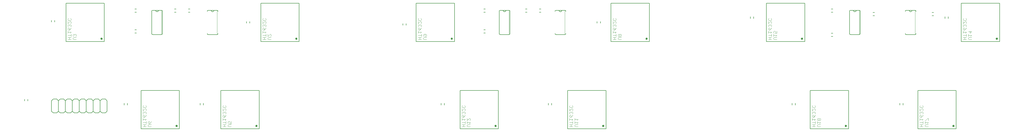
<source format=gbo>
G75*
G70*
%OFA0B0*%
%FSLAX24Y24*%
%IPPOS*%
%LPD*%
%AMOC8*
5,1,8,0,0,1.08239X$1,22.5*
%
%ADD10C,0.0050*%
%ADD11C,0.0120*%
%ADD12C,0.0040*%
%ADD13C,0.0060*%
%ADD14C,0.0020*%
D10*
X019892Y007099D02*
X025404Y007099D01*
X025404Y012611D01*
X023148Y012611D01*
X019892Y012611D01*
X019892Y007099D01*
X031380Y007099D02*
X036892Y007099D01*
X036892Y012611D01*
X034636Y012611D01*
X031380Y012611D01*
X031380Y007099D01*
X065786Y007099D02*
X071298Y007099D01*
X071298Y012611D01*
X069042Y012611D01*
X065786Y012611D01*
X065786Y007099D01*
X081274Y007099D02*
X086786Y007099D01*
X086786Y012611D01*
X084530Y012611D01*
X081274Y012611D01*
X081274Y007099D01*
X116180Y007099D02*
X121691Y007099D01*
X121691Y012611D01*
X119435Y012611D01*
X116180Y012611D01*
X116180Y007099D01*
X131668Y007099D02*
X137180Y007099D01*
X137180Y012611D01*
X134924Y012611D01*
X131668Y012611D01*
X131668Y007099D01*
X137908Y019697D02*
X143420Y019697D01*
X143420Y025209D01*
X141164Y025209D01*
X137908Y025209D01*
X137908Y019697D01*
X115388Y019697D02*
X109876Y019697D01*
X109876Y025209D01*
X113132Y025209D01*
X115388Y025209D01*
X115388Y019697D01*
X093026Y019697D02*
X087514Y019697D01*
X087514Y025209D01*
X090770Y025209D01*
X093026Y025209D01*
X093026Y019697D01*
X064994Y019697D02*
X059483Y019697D01*
X059483Y025209D01*
X062739Y025209D01*
X064994Y025209D01*
X064994Y019697D01*
X042632Y019697D02*
X037120Y019697D01*
X037120Y025209D01*
X040376Y025209D01*
X042632Y025209D01*
X042632Y019697D01*
X014601Y019697D02*
X009089Y019697D01*
X009089Y025209D01*
X012345Y025209D01*
X014601Y025209D01*
X014601Y019697D01*
D11*
X014128Y020091D02*
X014130Y020109D01*
X014136Y020125D01*
X014145Y020140D01*
X014158Y020153D01*
X014173Y020162D01*
X014189Y020168D01*
X014207Y020170D01*
X014225Y020168D01*
X014241Y020162D01*
X014256Y020153D01*
X014269Y020140D01*
X014278Y020125D01*
X014284Y020109D01*
X014286Y020091D01*
X014284Y020073D01*
X014278Y020057D01*
X014269Y020042D01*
X014256Y020029D01*
X014241Y020020D01*
X014225Y020014D01*
X014207Y020012D01*
X014189Y020014D01*
X014173Y020020D01*
X014158Y020029D01*
X014145Y020042D01*
X014136Y020057D01*
X014130Y020073D01*
X014128Y020091D01*
X042160Y020091D02*
X042162Y020109D01*
X042168Y020125D01*
X042177Y020140D01*
X042190Y020153D01*
X042205Y020162D01*
X042221Y020168D01*
X042239Y020170D01*
X042257Y020168D01*
X042273Y020162D01*
X042288Y020153D01*
X042301Y020140D01*
X042310Y020125D01*
X042316Y020109D01*
X042318Y020091D01*
X042316Y020073D01*
X042310Y020057D01*
X042301Y020042D01*
X042288Y020029D01*
X042273Y020020D01*
X042257Y020014D01*
X042239Y020012D01*
X042221Y020014D01*
X042205Y020020D01*
X042190Y020029D01*
X042177Y020042D01*
X042168Y020057D01*
X042162Y020073D01*
X042160Y020091D01*
X064522Y020091D02*
X064524Y020109D01*
X064530Y020125D01*
X064539Y020140D01*
X064552Y020153D01*
X064567Y020162D01*
X064583Y020168D01*
X064601Y020170D01*
X064619Y020168D01*
X064635Y020162D01*
X064650Y020153D01*
X064663Y020140D01*
X064672Y020125D01*
X064678Y020109D01*
X064680Y020091D01*
X064678Y020073D01*
X064672Y020057D01*
X064663Y020042D01*
X064650Y020029D01*
X064635Y020020D01*
X064619Y020014D01*
X064601Y020012D01*
X064583Y020014D01*
X064567Y020020D01*
X064552Y020029D01*
X064539Y020042D01*
X064530Y020057D01*
X064524Y020073D01*
X064522Y020091D01*
X092553Y020091D02*
X092555Y020109D01*
X092561Y020125D01*
X092570Y020140D01*
X092583Y020153D01*
X092598Y020162D01*
X092614Y020168D01*
X092632Y020170D01*
X092650Y020168D01*
X092666Y020162D01*
X092681Y020153D01*
X092694Y020140D01*
X092703Y020125D01*
X092709Y020109D01*
X092711Y020091D01*
X092709Y020073D01*
X092703Y020057D01*
X092694Y020042D01*
X092681Y020029D01*
X092666Y020020D01*
X092650Y020014D01*
X092632Y020012D01*
X092614Y020014D01*
X092598Y020020D01*
X092583Y020029D01*
X092570Y020042D01*
X092561Y020057D01*
X092555Y020073D01*
X092553Y020091D01*
X114915Y020091D02*
X114917Y020109D01*
X114923Y020125D01*
X114932Y020140D01*
X114945Y020153D01*
X114960Y020162D01*
X114976Y020168D01*
X114994Y020170D01*
X115012Y020168D01*
X115028Y020162D01*
X115043Y020153D01*
X115056Y020140D01*
X115065Y020125D01*
X115071Y020109D01*
X115073Y020091D01*
X115071Y020073D01*
X115065Y020057D01*
X115056Y020042D01*
X115043Y020029D01*
X115028Y020020D01*
X115012Y020014D01*
X114994Y020012D01*
X114976Y020014D01*
X114960Y020020D01*
X114945Y020029D01*
X114932Y020042D01*
X114923Y020057D01*
X114917Y020073D01*
X114915Y020091D01*
X142947Y020091D02*
X142949Y020109D01*
X142955Y020125D01*
X142964Y020140D01*
X142977Y020153D01*
X142992Y020162D01*
X143008Y020168D01*
X143026Y020170D01*
X143044Y020168D01*
X143060Y020162D01*
X143075Y020153D01*
X143088Y020140D01*
X143097Y020125D01*
X143103Y020109D01*
X143105Y020091D01*
X143103Y020073D01*
X143097Y020057D01*
X143088Y020042D01*
X143075Y020029D01*
X143060Y020020D01*
X143044Y020014D01*
X143026Y020012D01*
X143008Y020014D01*
X142992Y020020D01*
X142977Y020029D01*
X142964Y020042D01*
X142955Y020057D01*
X142949Y020073D01*
X142947Y020091D01*
X136707Y007493D02*
X136709Y007511D01*
X136715Y007527D01*
X136724Y007542D01*
X136737Y007555D01*
X136752Y007564D01*
X136768Y007570D01*
X136786Y007572D01*
X136804Y007570D01*
X136820Y007564D01*
X136835Y007555D01*
X136848Y007542D01*
X136857Y007527D01*
X136863Y007511D01*
X136865Y007493D01*
X136863Y007475D01*
X136857Y007459D01*
X136848Y007444D01*
X136835Y007431D01*
X136820Y007422D01*
X136804Y007416D01*
X136786Y007414D01*
X136768Y007416D01*
X136752Y007422D01*
X136737Y007431D01*
X136724Y007444D01*
X136715Y007459D01*
X136709Y007475D01*
X136707Y007493D01*
X121219Y007493D02*
X121221Y007511D01*
X121227Y007527D01*
X121236Y007542D01*
X121249Y007555D01*
X121264Y007564D01*
X121280Y007570D01*
X121298Y007572D01*
X121316Y007570D01*
X121332Y007564D01*
X121347Y007555D01*
X121360Y007542D01*
X121369Y007527D01*
X121375Y007511D01*
X121377Y007493D01*
X121375Y007475D01*
X121369Y007459D01*
X121360Y007444D01*
X121347Y007431D01*
X121332Y007422D01*
X121316Y007416D01*
X121298Y007414D01*
X121280Y007416D01*
X121264Y007422D01*
X121249Y007431D01*
X121236Y007444D01*
X121227Y007459D01*
X121221Y007475D01*
X121219Y007493D01*
X086313Y007493D02*
X086315Y007511D01*
X086321Y007527D01*
X086330Y007542D01*
X086343Y007555D01*
X086358Y007564D01*
X086374Y007570D01*
X086392Y007572D01*
X086410Y007570D01*
X086426Y007564D01*
X086441Y007555D01*
X086454Y007542D01*
X086463Y007527D01*
X086469Y007511D01*
X086471Y007493D01*
X086469Y007475D01*
X086463Y007459D01*
X086454Y007444D01*
X086441Y007431D01*
X086426Y007422D01*
X086410Y007416D01*
X086392Y007414D01*
X086374Y007416D01*
X086358Y007422D01*
X086343Y007431D01*
X086330Y007444D01*
X086321Y007459D01*
X086315Y007475D01*
X086313Y007493D01*
X070825Y007493D02*
X070827Y007511D01*
X070833Y007527D01*
X070842Y007542D01*
X070855Y007555D01*
X070870Y007564D01*
X070886Y007570D01*
X070904Y007572D01*
X070922Y007570D01*
X070938Y007564D01*
X070953Y007555D01*
X070966Y007542D01*
X070975Y007527D01*
X070981Y007511D01*
X070983Y007493D01*
X070981Y007475D01*
X070975Y007459D01*
X070966Y007444D01*
X070953Y007431D01*
X070938Y007422D01*
X070922Y007416D01*
X070904Y007414D01*
X070886Y007416D01*
X070870Y007422D01*
X070855Y007431D01*
X070842Y007444D01*
X070833Y007459D01*
X070827Y007475D01*
X070825Y007493D01*
X036419Y007493D02*
X036421Y007511D01*
X036427Y007527D01*
X036436Y007542D01*
X036449Y007555D01*
X036464Y007564D01*
X036480Y007570D01*
X036498Y007572D01*
X036516Y007570D01*
X036532Y007564D01*
X036547Y007555D01*
X036560Y007542D01*
X036569Y007527D01*
X036575Y007511D01*
X036577Y007493D01*
X036575Y007475D01*
X036569Y007459D01*
X036560Y007444D01*
X036547Y007431D01*
X036532Y007422D01*
X036516Y007416D01*
X036498Y007414D01*
X036480Y007416D01*
X036464Y007422D01*
X036449Y007431D01*
X036436Y007444D01*
X036427Y007459D01*
X036421Y007475D01*
X036419Y007493D01*
X024931Y007493D02*
X024933Y007511D01*
X024939Y007527D01*
X024948Y007542D01*
X024961Y007555D01*
X024976Y007564D01*
X024992Y007570D01*
X025010Y007572D01*
X025028Y007570D01*
X025044Y007564D01*
X025059Y007555D01*
X025072Y007542D01*
X025081Y007527D01*
X025087Y007511D01*
X025089Y007493D01*
X025087Y007475D01*
X025081Y007459D01*
X025072Y007444D01*
X025059Y007431D01*
X025044Y007422D01*
X025028Y007416D01*
X025010Y007414D01*
X024992Y007416D01*
X024976Y007422D01*
X024961Y007431D01*
X024948Y007444D01*
X024939Y007459D01*
X024933Y007475D01*
X024931Y007493D01*
D12*
X021378Y007375D02*
X020995Y007375D01*
X020918Y007451D01*
X020918Y007605D01*
X020995Y007682D01*
X021378Y007682D01*
X021148Y007835D02*
X021148Y008065D01*
X021071Y008142D01*
X020995Y008142D01*
X020918Y008065D01*
X020918Y007912D01*
X020995Y007835D01*
X021148Y007835D01*
X021302Y007989D01*
X021378Y008142D01*
X020628Y008142D02*
X020628Y007835D01*
X020628Y007682D02*
X020168Y007682D01*
X020398Y007682D02*
X020398Y007375D01*
X020168Y007375D02*
X020628Y007375D01*
X020628Y007989D02*
X020168Y007989D01*
X020168Y008296D02*
X020168Y008602D01*
X020168Y008449D02*
X020628Y008449D01*
X020475Y008296D01*
X020398Y008756D02*
X020398Y008986D01*
X020321Y009063D01*
X020245Y009063D01*
X020168Y008986D01*
X020168Y008833D01*
X020245Y008756D01*
X020398Y008756D01*
X020552Y008909D01*
X020628Y009063D01*
X020552Y009216D02*
X020628Y009293D01*
X020628Y009446D01*
X020552Y009523D01*
X020475Y009523D01*
X020398Y009446D01*
X020321Y009523D01*
X020245Y009523D01*
X020168Y009446D01*
X020168Y009293D01*
X020245Y009216D01*
X020398Y009370D02*
X020398Y009446D01*
X020552Y009677D02*
X020628Y009753D01*
X020628Y009907D01*
X020552Y009984D01*
X020475Y009984D01*
X020168Y009677D01*
X020168Y009984D01*
X020245Y010137D02*
X020168Y010214D01*
X020168Y010367D01*
X020245Y010444D01*
X020552Y010444D02*
X020628Y010367D01*
X020628Y010214D01*
X020552Y010137D01*
X020245Y010137D01*
X031656Y010214D02*
X031656Y010367D01*
X031733Y010444D01*
X031656Y010214D02*
X031733Y010137D01*
X032040Y010137D01*
X032117Y010214D01*
X032117Y010367D01*
X032040Y010444D01*
X032040Y009984D02*
X032117Y009907D01*
X032117Y009753D01*
X032040Y009677D01*
X032040Y009523D02*
X031963Y009523D01*
X031886Y009446D01*
X031810Y009523D01*
X031733Y009523D01*
X031656Y009446D01*
X031656Y009293D01*
X031733Y009216D01*
X031733Y009063D02*
X031810Y009063D01*
X031886Y008986D01*
X031886Y008756D01*
X031733Y008756D01*
X031656Y008833D01*
X031656Y008986D01*
X031733Y009063D01*
X031886Y009370D02*
X031886Y009446D01*
X032040Y009523D02*
X032117Y009446D01*
X032117Y009293D01*
X032040Y009216D01*
X032117Y009063D02*
X032040Y008909D01*
X031886Y008756D01*
X031656Y008602D02*
X031656Y008296D01*
X031656Y008449D02*
X032117Y008449D01*
X031963Y008296D01*
X032117Y008142D02*
X032117Y007835D01*
X032117Y007682D02*
X031656Y007682D01*
X031886Y007682D02*
X031886Y007375D01*
X031656Y007375D02*
X032117Y007375D01*
X032406Y007451D02*
X032483Y007375D01*
X032867Y007375D01*
X032867Y007682D02*
X032483Y007682D01*
X032406Y007605D01*
X032406Y007451D01*
X032483Y007835D02*
X032406Y007912D01*
X032406Y008065D01*
X032483Y008142D01*
X032636Y008142D01*
X032713Y008065D01*
X032713Y007989D01*
X032636Y007835D01*
X032867Y007835D01*
X032867Y008142D01*
X032117Y007989D02*
X031656Y007989D01*
X031656Y009677D02*
X031963Y009984D01*
X032040Y009984D01*
X031656Y009984D02*
X031656Y009677D01*
X066062Y009677D02*
X066369Y009984D01*
X066445Y009984D01*
X066522Y009907D01*
X066522Y009753D01*
X066445Y009677D01*
X066445Y009523D02*
X066369Y009523D01*
X066292Y009446D01*
X066215Y009523D01*
X066138Y009523D01*
X066062Y009446D01*
X066062Y009293D01*
X066138Y009216D01*
X066138Y009063D02*
X066215Y009063D01*
X066292Y008986D01*
X066292Y008756D01*
X066138Y008756D01*
X066062Y008833D01*
X066062Y008986D01*
X066138Y009063D01*
X066292Y009370D02*
X066292Y009446D01*
X066445Y009523D02*
X066522Y009446D01*
X066522Y009293D01*
X066445Y009216D01*
X066522Y009063D02*
X066445Y008909D01*
X066292Y008756D01*
X066062Y008602D02*
X066062Y008296D01*
X066062Y008449D02*
X066522Y008449D01*
X066369Y008296D01*
X066522Y008142D02*
X066522Y007835D01*
X066522Y007682D02*
X066062Y007682D01*
X066292Y007682D02*
X066292Y007375D01*
X066062Y007375D02*
X066522Y007375D01*
X066812Y007451D02*
X066812Y007605D01*
X066888Y007682D01*
X067272Y007682D01*
X067119Y007835D02*
X067272Y007989D01*
X066812Y007989D01*
X066812Y008142D02*
X066812Y007835D01*
X066522Y007989D02*
X066062Y007989D01*
X066812Y008296D02*
X067119Y008602D01*
X067195Y008602D01*
X067272Y008526D01*
X067272Y008372D01*
X067195Y008296D01*
X066812Y008296D02*
X066812Y008602D01*
X066812Y007451D02*
X066888Y007375D01*
X067272Y007375D01*
X066062Y009677D02*
X066062Y009984D01*
X066138Y010137D02*
X066062Y010214D01*
X066062Y010367D01*
X066138Y010444D01*
X066138Y010137D02*
X066445Y010137D01*
X066522Y010214D01*
X066522Y010367D01*
X066445Y010444D01*
X081550Y010367D02*
X081550Y010214D01*
X081627Y010137D01*
X081934Y010137D01*
X082010Y010214D01*
X082010Y010367D01*
X081934Y010444D01*
X081627Y010444D02*
X081550Y010367D01*
X081550Y009984D02*
X081550Y009677D01*
X081857Y009984D01*
X081934Y009984D01*
X082010Y009907D01*
X082010Y009753D01*
X081934Y009677D01*
X081934Y009523D02*
X081857Y009523D01*
X081780Y009446D01*
X081703Y009523D01*
X081627Y009523D01*
X081550Y009446D01*
X081550Y009293D01*
X081627Y009216D01*
X081627Y009063D02*
X081703Y009063D01*
X081780Y008986D01*
X081780Y008756D01*
X081627Y008756D01*
X081550Y008833D01*
X081550Y008986D01*
X081627Y009063D01*
X081934Y009216D02*
X082010Y009293D01*
X082010Y009446D01*
X081934Y009523D01*
X081780Y009446D02*
X081780Y009370D01*
X082010Y009063D02*
X081934Y008909D01*
X081780Y008756D01*
X081550Y008602D02*
X081550Y008296D01*
X081550Y008449D02*
X082010Y008449D01*
X081857Y008296D01*
X082010Y008142D02*
X082010Y007835D01*
X082010Y007682D02*
X081550Y007682D01*
X081780Y007682D02*
X081780Y007375D01*
X081550Y007375D02*
X082010Y007375D01*
X082300Y007451D02*
X082377Y007375D01*
X082760Y007375D01*
X082760Y007682D02*
X082377Y007682D01*
X082300Y007605D01*
X082300Y007451D01*
X082300Y007835D02*
X082300Y008142D01*
X082300Y007989D02*
X082760Y007989D01*
X082607Y007835D01*
X082607Y008296D02*
X082760Y008449D01*
X082300Y008449D01*
X082300Y008296D02*
X082300Y008602D01*
X082010Y007989D02*
X081550Y007989D01*
X116455Y007989D02*
X116916Y007989D01*
X116916Y008142D02*
X116916Y007835D01*
X116916Y007682D02*
X116455Y007682D01*
X116686Y007682D02*
X116686Y007375D01*
X116916Y007375D02*
X116455Y007375D01*
X117205Y007451D02*
X117205Y007605D01*
X117282Y007682D01*
X117666Y007682D01*
X117512Y007835D02*
X117666Y007989D01*
X117205Y007989D01*
X117205Y008142D02*
X117205Y007835D01*
X117205Y007451D02*
X117282Y007375D01*
X117666Y007375D01*
X117589Y008296D02*
X117512Y008296D01*
X117436Y008372D01*
X117436Y008526D01*
X117359Y008602D01*
X117282Y008602D01*
X117205Y008526D01*
X117205Y008372D01*
X117282Y008296D01*
X117359Y008296D01*
X117436Y008372D01*
X117436Y008526D02*
X117512Y008602D01*
X117589Y008602D01*
X117666Y008526D01*
X117666Y008372D01*
X117589Y008296D01*
X116916Y008449D02*
X116455Y008449D01*
X116455Y008296D02*
X116455Y008602D01*
X116532Y008756D02*
X116455Y008833D01*
X116455Y008986D01*
X116532Y009063D01*
X116609Y009063D01*
X116686Y008986D01*
X116686Y008756D01*
X116532Y008756D01*
X116686Y008756D02*
X116839Y008909D01*
X116916Y009063D01*
X116839Y009216D02*
X116916Y009293D01*
X116916Y009446D01*
X116839Y009523D01*
X116762Y009523D01*
X116686Y009446D01*
X116609Y009523D01*
X116532Y009523D01*
X116455Y009446D01*
X116455Y009293D01*
X116532Y009216D01*
X116686Y009370D02*
X116686Y009446D01*
X116839Y009677D02*
X116916Y009753D01*
X116916Y009907D01*
X116839Y009984D01*
X116762Y009984D01*
X116455Y009677D01*
X116455Y009984D01*
X116532Y010137D02*
X116455Y010214D01*
X116455Y010367D01*
X116532Y010444D01*
X116532Y010137D02*
X116839Y010137D01*
X116916Y010214D01*
X116916Y010367D01*
X116839Y010444D01*
X116916Y008449D02*
X116762Y008296D01*
X131944Y008296D02*
X131944Y008602D01*
X131944Y008449D02*
X132404Y008449D01*
X132251Y008296D01*
X132404Y008142D02*
X132404Y007835D01*
X132404Y007682D02*
X131944Y007682D01*
X132174Y007682D02*
X132174Y007375D01*
X131944Y007375D02*
X132404Y007375D01*
X132694Y007451D02*
X132770Y007375D01*
X133154Y007375D01*
X133154Y007682D02*
X132770Y007682D01*
X132694Y007605D01*
X132694Y007451D01*
X132694Y007835D02*
X132694Y008142D01*
X132694Y007989D02*
X133154Y007989D01*
X133001Y007835D01*
X133154Y008296D02*
X133154Y008602D01*
X133077Y008602D01*
X132770Y008296D01*
X132694Y008296D01*
X132404Y007989D02*
X131944Y007989D01*
X132020Y008756D02*
X131944Y008833D01*
X131944Y008986D01*
X132020Y009063D01*
X132097Y009063D01*
X132174Y008986D01*
X132174Y008756D01*
X132020Y008756D01*
X132174Y008756D02*
X132327Y008909D01*
X132404Y009063D01*
X132327Y009216D02*
X132404Y009293D01*
X132404Y009446D01*
X132327Y009523D01*
X132251Y009523D01*
X132174Y009446D01*
X132097Y009523D01*
X132020Y009523D01*
X131944Y009446D01*
X131944Y009293D01*
X132020Y009216D01*
X132174Y009370D02*
X132174Y009446D01*
X132327Y009677D02*
X132404Y009753D01*
X132404Y009907D01*
X132327Y009984D01*
X132251Y009984D01*
X131944Y009677D01*
X131944Y009984D01*
X132020Y010137D02*
X131944Y010214D01*
X131944Y010367D01*
X132020Y010444D01*
X132020Y010137D02*
X132327Y010137D01*
X132404Y010214D01*
X132404Y010367D01*
X132327Y010444D01*
X138184Y019973D02*
X138644Y019973D01*
X138414Y019973D02*
X138414Y020280D01*
X138644Y020280D02*
X138184Y020280D01*
X138184Y020587D02*
X138644Y020587D01*
X138644Y020434D02*
X138644Y020740D01*
X138491Y020894D02*
X138644Y021047D01*
X138184Y021047D01*
X138184Y020894D02*
X138184Y021201D01*
X138261Y021354D02*
X138184Y021431D01*
X138184Y021585D01*
X138261Y021661D01*
X138337Y021661D01*
X138414Y021585D01*
X138414Y021354D01*
X138261Y021354D01*
X138414Y021354D02*
X138567Y021508D01*
X138644Y021661D01*
X138567Y021815D02*
X138644Y021891D01*
X138644Y022045D01*
X138567Y022122D01*
X138491Y022122D01*
X138414Y022045D01*
X138337Y022122D01*
X138261Y022122D01*
X138184Y022045D01*
X138184Y021891D01*
X138261Y021815D01*
X138414Y021968D02*
X138414Y022045D01*
X138567Y022275D02*
X138644Y022352D01*
X138644Y022505D01*
X138567Y022582D01*
X138491Y022582D01*
X138184Y022275D01*
X138184Y022582D01*
X138261Y022736D02*
X138184Y022812D01*
X138184Y022966D01*
X138261Y023042D01*
X138567Y023042D02*
X138644Y022966D01*
X138644Y022812D01*
X138567Y022736D01*
X138261Y022736D01*
X138934Y021124D02*
X139394Y021124D01*
X139164Y020894D01*
X139164Y021201D01*
X138934Y020740D02*
X138934Y020434D01*
X138934Y020587D02*
X139394Y020587D01*
X139241Y020434D01*
X139394Y020280D02*
X139011Y020280D01*
X138934Y020203D01*
X138934Y020050D01*
X139011Y019973D01*
X139394Y019973D01*
X111363Y019973D02*
X110979Y019973D01*
X110902Y020050D01*
X110902Y020203D01*
X110979Y020280D01*
X111363Y020280D01*
X111209Y020434D02*
X111363Y020587D01*
X110902Y020587D01*
X110902Y020434D02*
X110902Y020740D01*
X110979Y020894D02*
X110902Y020971D01*
X110902Y021124D01*
X110979Y021201D01*
X111132Y021201D01*
X111209Y021124D01*
X111209Y021047D01*
X111132Y020894D01*
X111363Y020894D01*
X111363Y021201D01*
X110613Y021047D02*
X110459Y020894D01*
X110613Y021047D02*
X110152Y021047D01*
X110152Y020894D02*
X110152Y021201D01*
X110229Y021354D02*
X110152Y021431D01*
X110152Y021585D01*
X110229Y021661D01*
X110306Y021661D01*
X110382Y021585D01*
X110382Y021354D01*
X110229Y021354D01*
X110382Y021354D02*
X110536Y021508D01*
X110613Y021661D01*
X110536Y021815D02*
X110613Y021891D01*
X110613Y022045D01*
X110536Y022122D01*
X110459Y022122D01*
X110382Y022045D01*
X110306Y022122D01*
X110229Y022122D01*
X110152Y022045D01*
X110152Y021891D01*
X110229Y021815D01*
X110382Y021968D02*
X110382Y022045D01*
X110536Y022275D02*
X110613Y022352D01*
X110613Y022505D01*
X110536Y022582D01*
X110459Y022582D01*
X110152Y022275D01*
X110152Y022582D01*
X110229Y022736D02*
X110152Y022812D01*
X110152Y022966D01*
X110229Y023042D01*
X110229Y022736D02*
X110536Y022736D01*
X110613Y022812D01*
X110613Y022966D01*
X110536Y023042D01*
X110613Y020740D02*
X110613Y020434D01*
X110613Y020587D02*
X110152Y020587D01*
X110152Y020280D02*
X110613Y020280D01*
X110382Y020280D02*
X110382Y019973D01*
X110152Y019973D02*
X110613Y019973D01*
X089000Y019973D02*
X088617Y019973D01*
X088540Y020050D01*
X088540Y020203D01*
X088617Y020280D01*
X089000Y020280D01*
X088924Y020434D02*
X088847Y020434D01*
X088770Y020510D01*
X088770Y020664D01*
X088694Y020740D01*
X088617Y020740D01*
X088540Y020664D01*
X088540Y020510D01*
X088617Y020434D01*
X088694Y020434D01*
X088770Y020510D01*
X088770Y020664D02*
X088847Y020740D01*
X088924Y020740D01*
X089000Y020664D01*
X089000Y020510D01*
X088924Y020434D01*
X088250Y020434D02*
X088250Y020740D01*
X088250Y020587D02*
X087790Y020587D01*
X087790Y020280D02*
X088250Y020280D01*
X088020Y020280D02*
X088020Y019973D01*
X087790Y019973D02*
X088250Y019973D01*
X088097Y020894D02*
X088250Y021047D01*
X087790Y021047D01*
X087790Y020894D02*
X087790Y021201D01*
X087867Y021354D02*
X087790Y021431D01*
X087790Y021585D01*
X087867Y021661D01*
X087944Y021661D01*
X088020Y021585D01*
X088020Y021354D01*
X087867Y021354D01*
X088020Y021354D02*
X088174Y021508D01*
X088250Y021661D01*
X088174Y021815D02*
X088250Y021891D01*
X088250Y022045D01*
X088174Y022122D01*
X088097Y022122D01*
X088020Y022045D01*
X087944Y022122D01*
X087867Y022122D01*
X087790Y022045D01*
X087790Y021891D01*
X087867Y021815D01*
X088020Y021968D02*
X088020Y022045D01*
X088174Y022275D02*
X088250Y022352D01*
X088250Y022505D01*
X088174Y022582D01*
X088097Y022582D01*
X087790Y022275D01*
X087790Y022582D01*
X087867Y022736D02*
X087790Y022812D01*
X087790Y022966D01*
X087867Y023042D01*
X087867Y022736D02*
X088174Y022736D01*
X088250Y022812D01*
X088250Y022966D01*
X088174Y023042D01*
X060969Y020664D02*
X060969Y020510D01*
X060892Y020434D01*
X060816Y020434D01*
X060739Y020510D01*
X060739Y020740D01*
X060892Y020740D02*
X060969Y020664D01*
X060892Y020740D02*
X060585Y020740D01*
X060509Y020664D01*
X060509Y020510D01*
X060585Y020434D01*
X060585Y020280D02*
X060969Y020280D01*
X060969Y019973D02*
X060585Y019973D01*
X060509Y020050D01*
X060509Y020203D01*
X060585Y020280D01*
X060219Y020280D02*
X059759Y020280D01*
X059989Y020280D02*
X059989Y019973D01*
X059759Y019973D02*
X060219Y019973D01*
X060219Y020434D02*
X060219Y020740D01*
X060219Y020587D02*
X059759Y020587D01*
X059759Y020894D02*
X059759Y021201D01*
X059759Y021047D02*
X060219Y021047D01*
X060066Y020894D01*
X059989Y021354D02*
X059989Y021585D01*
X059912Y021661D01*
X059835Y021661D01*
X059759Y021585D01*
X059759Y021431D01*
X059835Y021354D01*
X059989Y021354D01*
X060142Y021508D01*
X060219Y021661D01*
X060142Y021815D02*
X060219Y021891D01*
X060219Y022045D01*
X060142Y022122D01*
X060066Y022122D01*
X059989Y022045D01*
X059912Y022122D01*
X059835Y022122D01*
X059759Y022045D01*
X059759Y021891D01*
X059835Y021815D01*
X059989Y021968D02*
X059989Y022045D01*
X060142Y022275D02*
X060219Y022352D01*
X060219Y022505D01*
X060142Y022582D01*
X060066Y022582D01*
X059759Y022275D01*
X059759Y022582D01*
X059835Y022736D02*
X059759Y022812D01*
X059759Y022966D01*
X059835Y023042D01*
X059835Y022736D02*
X060142Y022736D01*
X060219Y022812D01*
X060219Y022966D01*
X060142Y023042D01*
X038607Y020664D02*
X038607Y020510D01*
X038530Y020434D01*
X038607Y020280D02*
X038223Y020280D01*
X038146Y020203D01*
X038146Y020050D01*
X038223Y019973D01*
X038607Y019973D01*
X037857Y019973D02*
X037396Y019973D01*
X037627Y019973D02*
X037627Y020280D01*
X037857Y020280D02*
X037396Y020280D01*
X037396Y020587D02*
X037857Y020587D01*
X037857Y020434D02*
X037857Y020740D01*
X037703Y020894D02*
X037857Y021047D01*
X037396Y021047D01*
X037396Y020894D02*
X037396Y021201D01*
X037473Y021354D02*
X037396Y021431D01*
X037396Y021585D01*
X037473Y021661D01*
X037550Y021661D01*
X037627Y021585D01*
X037627Y021354D01*
X037473Y021354D01*
X037627Y021354D02*
X037780Y021508D01*
X037857Y021661D01*
X037780Y021815D02*
X037857Y021891D01*
X037857Y022045D01*
X037780Y022122D01*
X037703Y022122D01*
X037627Y022045D01*
X037550Y022122D01*
X037473Y022122D01*
X037396Y022045D01*
X037396Y021891D01*
X037473Y021815D01*
X037627Y021968D02*
X037627Y022045D01*
X037780Y022275D02*
X037857Y022352D01*
X037857Y022505D01*
X037780Y022582D01*
X037703Y022582D01*
X037396Y022275D01*
X037396Y022582D01*
X037473Y022736D02*
X037396Y022812D01*
X037396Y022966D01*
X037473Y023042D01*
X037473Y022736D02*
X037780Y022736D01*
X037857Y022812D01*
X037857Y022966D01*
X037780Y023042D01*
X038146Y020740D02*
X038146Y020434D01*
X038453Y020740D01*
X038530Y020740D01*
X038607Y020664D01*
X010575Y020664D02*
X010499Y020740D01*
X010422Y020740D01*
X010345Y020664D01*
X010268Y020740D01*
X010192Y020740D01*
X010115Y020664D01*
X010115Y020510D01*
X010192Y020434D01*
X010192Y020280D02*
X010575Y020280D01*
X010499Y020434D02*
X010575Y020510D01*
X010575Y020664D01*
X010345Y020664D02*
X010345Y020587D01*
X010192Y020280D02*
X010115Y020203D01*
X010115Y020050D01*
X010192Y019973D01*
X010575Y019973D01*
X009825Y019973D02*
X009365Y019973D01*
X009595Y019973D02*
X009595Y020280D01*
X009825Y020280D02*
X009365Y020280D01*
X009365Y020587D02*
X009825Y020587D01*
X009825Y020434D02*
X009825Y020740D01*
X009672Y020894D02*
X009825Y021047D01*
X009365Y021047D01*
X009365Y020894D02*
X009365Y021201D01*
X009442Y021354D02*
X009365Y021431D01*
X009365Y021585D01*
X009442Y021661D01*
X009518Y021661D01*
X009595Y021585D01*
X009595Y021354D01*
X009442Y021354D01*
X009595Y021354D02*
X009749Y021508D01*
X009825Y021661D01*
X009749Y021815D02*
X009825Y021891D01*
X009825Y022045D01*
X009749Y022122D01*
X009672Y022122D01*
X009595Y022045D01*
X009518Y022122D01*
X009442Y022122D01*
X009365Y022045D01*
X009365Y021891D01*
X009442Y021815D01*
X009595Y021968D02*
X009595Y022045D01*
X009749Y022275D02*
X009825Y022352D01*
X009825Y022505D01*
X009749Y022582D01*
X009672Y022582D01*
X009365Y022275D01*
X009365Y022582D01*
X009442Y022736D02*
X009365Y022812D01*
X009365Y022966D01*
X009442Y023042D01*
X009442Y022736D02*
X009749Y022736D01*
X009825Y022812D01*
X009825Y022966D01*
X009749Y023042D01*
D13*
X007467Y022768D02*
X007467Y022532D01*
X006994Y022532D02*
X006994Y022768D01*
X019010Y023918D02*
X019246Y023918D01*
X019246Y024390D02*
X019010Y024390D01*
X021429Y024053D02*
X021429Y020853D01*
X021431Y020830D01*
X021436Y020807D01*
X021445Y020785D01*
X021458Y020765D01*
X021473Y020747D01*
X021491Y020732D01*
X021511Y020719D01*
X021533Y020710D01*
X021556Y020705D01*
X021579Y020703D01*
X022819Y020703D01*
X022842Y020705D01*
X022865Y020710D01*
X022887Y020719D01*
X022907Y020732D01*
X022925Y020747D01*
X022940Y020765D01*
X022953Y020785D01*
X022962Y020807D01*
X022967Y020830D01*
X022969Y020853D01*
X022969Y024053D01*
X022967Y024076D01*
X022962Y024099D01*
X022953Y024121D01*
X022940Y024141D01*
X022925Y024159D01*
X022907Y024174D01*
X022887Y024187D01*
X022865Y024196D01*
X022842Y024201D01*
X022819Y024203D01*
X022399Y024203D01*
X021999Y024203D01*
X021579Y024203D01*
X021556Y024201D01*
X021533Y024196D01*
X021511Y024187D01*
X021491Y024174D01*
X021473Y024159D01*
X021458Y024141D01*
X021445Y024121D01*
X021436Y024099D01*
X021431Y024076D01*
X021429Y024053D01*
X021999Y024203D02*
X022001Y024176D01*
X022006Y024149D01*
X022016Y024123D01*
X022028Y024099D01*
X022044Y024077D01*
X022062Y024057D01*
X022084Y024040D01*
X022107Y024025D01*
X022132Y024015D01*
X022158Y024007D01*
X022185Y024003D01*
X022213Y024003D01*
X022240Y024007D01*
X022266Y024015D01*
X022291Y024025D01*
X022314Y024040D01*
X022336Y024057D01*
X022354Y024077D01*
X022370Y024099D01*
X022382Y024123D01*
X022392Y024149D01*
X022397Y024176D01*
X022399Y024203D01*
X024691Y024390D02*
X024928Y024390D01*
X024928Y023918D02*
X024691Y023918D01*
X026691Y023918D02*
X026928Y023918D01*
X026928Y024390D02*
X026691Y024390D01*
X029571Y024203D02*
X029991Y024203D01*
X030391Y024203D01*
X030811Y024203D01*
X030834Y024201D01*
X030857Y024196D01*
X030879Y024187D01*
X030899Y024174D01*
X030917Y024159D01*
X030932Y024141D01*
X030945Y024121D01*
X030954Y024099D01*
X030959Y024076D01*
X030961Y024053D01*
X030391Y024203D02*
X030389Y024176D01*
X030384Y024149D01*
X030374Y024123D01*
X030362Y024099D01*
X030346Y024077D01*
X030328Y024057D01*
X030306Y024040D01*
X030283Y024025D01*
X030258Y024015D01*
X030232Y024007D01*
X030205Y024003D01*
X030177Y024003D01*
X030150Y024007D01*
X030124Y024015D01*
X030099Y024025D01*
X030076Y024040D01*
X030054Y024057D01*
X030036Y024077D01*
X030020Y024099D01*
X030008Y024123D01*
X029998Y024149D01*
X029993Y024176D01*
X029991Y024203D01*
X029571Y024203D02*
X029548Y024201D01*
X029525Y024196D01*
X029503Y024187D01*
X029483Y024174D01*
X029465Y024159D01*
X029450Y024141D01*
X029437Y024121D01*
X029428Y024099D01*
X029423Y024076D01*
X029421Y024053D01*
X035065Y022583D02*
X035065Y022347D01*
X035538Y022347D02*
X035538Y022583D01*
X030961Y020853D02*
X030959Y020830D01*
X030954Y020807D01*
X030945Y020785D01*
X030932Y020765D01*
X030917Y020747D01*
X030899Y020732D01*
X030879Y020719D01*
X030857Y020710D01*
X030834Y020705D01*
X030811Y020703D01*
X029571Y020703D01*
X029548Y020705D01*
X029525Y020710D01*
X029503Y020719D01*
X029483Y020732D01*
X029465Y020747D01*
X029450Y020765D01*
X029437Y020785D01*
X029428Y020807D01*
X029423Y020830D01*
X029421Y020853D01*
X019246Y020918D02*
X019010Y020918D01*
X019010Y021390D02*
X019246Y021390D01*
X057573Y022040D02*
X057573Y022276D01*
X058046Y022276D02*
X058046Y022040D01*
X069191Y021390D02*
X069428Y021390D01*
X069428Y020918D02*
X069191Y020918D01*
X071429Y020853D02*
X071429Y024053D01*
X071431Y024076D01*
X071436Y024099D01*
X071445Y024121D01*
X071458Y024141D01*
X071473Y024159D01*
X071491Y024174D01*
X071511Y024187D01*
X071533Y024196D01*
X071556Y024201D01*
X071579Y024203D01*
X071999Y024203D01*
X072399Y024203D01*
X072819Y024203D01*
X072842Y024201D01*
X072865Y024196D01*
X072887Y024187D01*
X072907Y024174D01*
X072925Y024159D01*
X072940Y024141D01*
X072953Y024121D01*
X072962Y024099D01*
X072967Y024076D01*
X072969Y024053D01*
X072969Y020853D01*
X072967Y020830D01*
X072962Y020807D01*
X072953Y020785D01*
X072940Y020765D01*
X072925Y020747D01*
X072907Y020732D01*
X072887Y020719D01*
X072865Y020710D01*
X072842Y020705D01*
X072819Y020703D01*
X071579Y020703D01*
X071556Y020705D01*
X071533Y020710D01*
X071511Y020719D01*
X071491Y020732D01*
X071473Y020747D01*
X071458Y020765D01*
X071445Y020785D01*
X071436Y020807D01*
X071431Y020830D01*
X071429Y020853D01*
X079461Y020853D02*
X079463Y020830D01*
X079468Y020807D01*
X079477Y020785D01*
X079490Y020765D01*
X079505Y020747D01*
X079523Y020732D01*
X079543Y020719D01*
X079565Y020710D01*
X079588Y020705D01*
X079611Y020703D01*
X080851Y020703D01*
X080874Y020705D01*
X080897Y020710D01*
X080919Y020719D01*
X080939Y020732D01*
X080957Y020747D01*
X080972Y020765D01*
X080985Y020785D01*
X080994Y020807D01*
X080999Y020830D01*
X081001Y020853D01*
X085518Y022359D02*
X085518Y022595D01*
X085991Y022595D02*
X085991Y022359D01*
X081001Y024053D02*
X080999Y024076D01*
X080994Y024099D01*
X080985Y024121D01*
X080972Y024141D01*
X080957Y024159D01*
X080939Y024174D01*
X080919Y024187D01*
X080897Y024196D01*
X080874Y024201D01*
X080851Y024203D01*
X080431Y024203D01*
X080031Y024203D01*
X079611Y024203D01*
X079588Y024201D01*
X079565Y024196D01*
X079543Y024187D01*
X079523Y024174D01*
X079505Y024159D01*
X079490Y024141D01*
X079477Y024121D01*
X079468Y024099D01*
X079463Y024076D01*
X079461Y024053D01*
X080031Y024203D02*
X080033Y024176D01*
X080038Y024149D01*
X080048Y024123D01*
X080060Y024099D01*
X080076Y024077D01*
X080094Y024057D01*
X080116Y024040D01*
X080139Y024025D01*
X080164Y024015D01*
X080190Y024007D01*
X080217Y024003D01*
X080245Y024003D01*
X080272Y024007D01*
X080298Y024015D01*
X080323Y024025D01*
X080346Y024040D01*
X080368Y024057D01*
X080386Y024077D01*
X080402Y024099D01*
X080414Y024123D01*
X080424Y024149D01*
X080429Y024176D01*
X080431Y024203D01*
X077428Y024390D02*
X077191Y024390D01*
X077191Y023918D02*
X077428Y023918D01*
X075428Y023918D02*
X075191Y023918D01*
X075191Y024390D02*
X075428Y024390D01*
X072399Y024203D02*
X072397Y024176D01*
X072392Y024149D01*
X072382Y024123D01*
X072370Y024099D01*
X072354Y024077D01*
X072336Y024057D01*
X072314Y024040D01*
X072291Y024025D01*
X072266Y024015D01*
X072240Y024007D01*
X072213Y024003D01*
X072185Y024003D01*
X072158Y024007D01*
X072132Y024015D01*
X072107Y024025D01*
X072084Y024040D01*
X072062Y024057D01*
X072044Y024077D01*
X072028Y024099D01*
X072016Y024123D01*
X072006Y024149D01*
X072001Y024176D01*
X071999Y024203D01*
X069428Y024390D02*
X069191Y024390D01*
X069191Y023918D02*
X069428Y023918D01*
X107573Y023272D02*
X107573Y023036D01*
X108046Y023036D02*
X108046Y023272D01*
X119191Y023918D02*
X119428Y023918D01*
X119428Y024390D02*
X119191Y024390D01*
X121823Y024053D02*
X121823Y020853D01*
X121825Y020830D01*
X121830Y020807D01*
X121839Y020785D01*
X121852Y020765D01*
X121867Y020747D01*
X121885Y020732D01*
X121905Y020719D01*
X121927Y020710D01*
X121950Y020705D01*
X121973Y020703D01*
X123213Y020703D01*
X123236Y020705D01*
X123259Y020710D01*
X123281Y020719D01*
X123301Y020732D01*
X123319Y020747D01*
X123334Y020765D01*
X123347Y020785D01*
X123356Y020807D01*
X123361Y020830D01*
X123363Y020853D01*
X123363Y024053D01*
X123361Y024076D01*
X123356Y024099D01*
X123347Y024121D01*
X123334Y024141D01*
X123319Y024159D01*
X123301Y024174D01*
X123281Y024187D01*
X123259Y024196D01*
X123236Y024201D01*
X123213Y024203D01*
X122793Y024203D01*
X122393Y024203D01*
X121973Y024203D01*
X121950Y024201D01*
X121927Y024196D01*
X121905Y024187D01*
X121885Y024174D01*
X121867Y024159D01*
X121852Y024141D01*
X121839Y024121D01*
X121830Y024099D01*
X121825Y024076D01*
X121823Y024053D01*
X122393Y024203D02*
X122395Y024176D01*
X122400Y024149D01*
X122410Y024123D01*
X122422Y024099D01*
X122438Y024077D01*
X122456Y024057D01*
X122478Y024040D01*
X122501Y024025D01*
X122526Y024015D01*
X122552Y024007D01*
X122579Y024003D01*
X122607Y024003D01*
X122634Y024007D01*
X122660Y024015D01*
X122685Y024025D01*
X122708Y024040D01*
X122730Y024057D01*
X122748Y024077D01*
X122764Y024099D01*
X122776Y024123D01*
X122786Y024149D01*
X122791Y024176D01*
X122793Y024203D01*
X125191Y023890D02*
X125428Y023890D01*
X125428Y023418D02*
X125191Y023418D01*
X129854Y024053D02*
X129856Y024076D01*
X129861Y024099D01*
X129870Y024121D01*
X129883Y024141D01*
X129898Y024159D01*
X129916Y024174D01*
X129936Y024187D01*
X129958Y024196D01*
X129981Y024201D01*
X130004Y024203D01*
X130424Y024203D01*
X130824Y024203D01*
X131244Y024203D01*
X131267Y024201D01*
X131290Y024196D01*
X131312Y024187D01*
X131332Y024174D01*
X131350Y024159D01*
X131365Y024141D01*
X131378Y024121D01*
X131387Y024099D01*
X131392Y024076D01*
X131394Y024053D01*
X130824Y024203D02*
X130822Y024176D01*
X130817Y024149D01*
X130807Y024123D01*
X130795Y024099D01*
X130779Y024077D01*
X130761Y024057D01*
X130739Y024040D01*
X130716Y024025D01*
X130691Y024015D01*
X130665Y024007D01*
X130638Y024003D01*
X130610Y024003D01*
X130583Y024007D01*
X130557Y024015D01*
X130532Y024025D01*
X130509Y024040D01*
X130487Y024057D01*
X130469Y024077D01*
X130453Y024099D01*
X130441Y024123D01*
X130431Y024149D01*
X130426Y024176D01*
X130424Y024203D01*
X133691Y023890D02*
X133928Y023890D01*
X133928Y023418D02*
X133691Y023418D01*
X135573Y023272D02*
X135573Y023036D01*
X136046Y023036D02*
X136046Y023272D01*
X131394Y020853D02*
X131392Y020830D01*
X131387Y020807D01*
X131378Y020785D01*
X131365Y020765D01*
X131350Y020747D01*
X131332Y020732D01*
X131312Y020719D01*
X131290Y020710D01*
X131267Y020705D01*
X131244Y020703D01*
X130004Y020703D01*
X129981Y020705D01*
X129958Y020710D01*
X129936Y020719D01*
X129916Y020732D01*
X129898Y020747D01*
X129883Y020765D01*
X129870Y020785D01*
X129861Y020807D01*
X129856Y020830D01*
X129854Y020853D01*
X119428Y020890D02*
X119191Y020890D01*
X119191Y020418D02*
X119428Y020418D01*
X114046Y010772D02*
X114046Y010536D01*
X113573Y010536D02*
X113573Y010772D01*
X129073Y010772D02*
X129073Y010536D01*
X129546Y010536D02*
X129546Y010772D01*
X078983Y010536D02*
X078983Y010772D01*
X078510Y010772D02*
X078510Y010536D01*
X063546Y010536D02*
X063546Y010772D01*
X063073Y010772D02*
X063073Y010536D01*
X028884Y010536D02*
X028884Y010772D01*
X028412Y010772D02*
X028412Y010536D01*
X017935Y010536D02*
X017935Y010772D01*
X017463Y010772D02*
X017463Y010536D01*
X015002Y011132D02*
X014752Y011382D01*
X014252Y011382D01*
X014002Y011132D01*
X014002Y009632D01*
X013752Y009382D01*
X013252Y009382D01*
X013002Y009632D01*
X013002Y011132D01*
X012752Y011382D01*
X012252Y011382D01*
X012002Y011132D01*
X012002Y009632D01*
X011752Y009382D01*
X011252Y009382D01*
X011002Y009632D01*
X011002Y011132D01*
X010752Y011382D01*
X010252Y011382D01*
X010002Y011132D01*
X010002Y009632D01*
X009752Y009382D01*
X009252Y009382D01*
X009002Y009632D01*
X009002Y011132D01*
X008752Y011382D01*
X008252Y011382D01*
X008002Y011132D01*
X007752Y011382D01*
X007252Y011382D01*
X007002Y011132D01*
X007002Y009632D01*
X007252Y009382D01*
X007752Y009382D01*
X008002Y009632D01*
X008002Y011132D01*
X009002Y011132D02*
X009252Y011382D01*
X009752Y011382D01*
X010002Y011132D01*
X011002Y011132D02*
X011252Y011382D01*
X011752Y011382D01*
X012002Y011132D01*
X013002Y011132D02*
X013252Y011382D01*
X013752Y011382D01*
X014002Y011132D01*
X015002Y011132D02*
X015002Y009632D01*
X014752Y009382D01*
X014252Y009382D01*
X014002Y009632D01*
X013002Y009632D02*
X012752Y009382D01*
X012252Y009382D01*
X012002Y009632D01*
X011002Y009632D02*
X010752Y009382D01*
X010252Y009382D01*
X010002Y009632D01*
X009002Y009632D02*
X008752Y009382D01*
X008252Y009382D01*
X008002Y009632D01*
X003613Y011113D02*
X003613Y011349D01*
X003140Y011349D02*
X003140Y011113D01*
D14*
X022829Y020703D02*
X022829Y024203D01*
X030821Y024203D02*
X030821Y020703D01*
X072829Y020703D02*
X072829Y024203D01*
X080861Y024203D02*
X080861Y020703D01*
X123223Y020703D02*
X123223Y024203D01*
X131254Y024203D02*
X131254Y020703D01*
M02*

</source>
